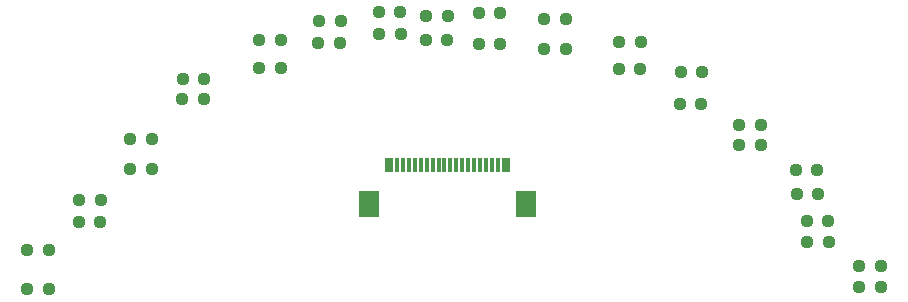
<source format=gbr>
%TF.GenerationSoftware,KiCad,Pcbnew,8.0.1-8.0.1-1~ubuntu22.04.1*%
%TF.CreationDate,2024-03-22T15:25:37-03:00*%
%TF.ProjectId,linefollower,6c696e65-666f-46c6-9c6f-7765722e6b69,rev?*%
%TF.SameCoordinates,Original*%
%TF.FileFunction,Paste,Bot*%
%TF.FilePolarity,Positive*%
%FSLAX46Y46*%
G04 Gerber Fmt 4.6, Leading zero omitted, Abs format (unit mm)*
G04 Created by KiCad (PCBNEW 8.0.1-8.0.1-1~ubuntu22.04.1) date 2024-03-22 15:25:37*
%MOMM*%
%LPD*%
G01*
G04 APERTURE LIST*
G04 Aperture macros list*
%AMRoundRect*
0 Rectangle with rounded corners*
0 $1 Rounding radius*
0 $2 $3 $4 $5 $6 $7 $8 $9 X,Y pos of 4 corners*
0 Add a 4 corners polygon primitive as box body*
4,1,4,$2,$3,$4,$5,$6,$7,$8,$9,$2,$3,0*
0 Add four circle primitives for the rounded corners*
1,1,$1+$1,$2,$3*
1,1,$1+$1,$4,$5*
1,1,$1+$1,$6,$7*
1,1,$1+$1,$8,$9*
0 Add four rect primitives between the rounded corners*
20,1,$1+$1,$2,$3,$4,$5,0*
20,1,$1+$1,$4,$5,$6,$7,0*
20,1,$1+$1,$6,$7,$8,$9,0*
20,1,$1+$1,$8,$9,$2,$3,0*%
G04 Aperture macros list end*
%ADD10RoundRect,0.237500X-0.250000X-0.237500X0.250000X-0.237500X0.250000X0.237500X-0.250000X0.237500X0*%
%ADD11R,0.800000X1.300000*%
%ADD12R,0.300000X1.300000*%
%ADD13R,0.700000X1.300000*%
%ADD14R,1.800000X2.200000*%
%ADD15RoundRect,0.237500X0.250000X0.237500X-0.250000X0.237500X-0.250000X-0.237500X0.250000X-0.237500X0*%
G04 APERTURE END LIST*
D10*
%TO.C,R6*%
X123138458Y-107950000D03*
X124963458Y-107950000D03*
%TD*%
%TO.C,R2*%
X114436151Y-117314243D03*
X116261151Y-117314243D03*
%TD*%
D11*
%TO.C,J1*%
X155000000Y-110150000D03*
D12*
X154250000Y-110150000D03*
X153750000Y-110150000D03*
X153250000Y-110150000D03*
X152750000Y-110150000D03*
X152250000Y-110150000D03*
X151750000Y-110150000D03*
X151250000Y-110150000D03*
X150750000Y-110150000D03*
X150250000Y-110150000D03*
X149750000Y-110150000D03*
X149250000Y-110150000D03*
X148750000Y-110150000D03*
X148250000Y-110150000D03*
X147750000Y-110150000D03*
X147250000Y-110150000D03*
X146750000Y-110150000D03*
X146250000Y-110150000D03*
X145750000Y-110150000D03*
D13*
X145050000Y-110150000D03*
D14*
X156650000Y-113400000D03*
X143350000Y-113400000D03*
%TD*%
D15*
%TO.C,R9*%
X135867497Y-101924008D03*
X134042497Y-101924008D03*
%TD*%
%TO.C,R29*%
X182254413Y-114913881D03*
X180429413Y-114913881D03*
%TD*%
D10*
%TO.C,R4*%
X118774303Y-114984497D03*
X120599303Y-114984497D03*
%TD*%
D15*
%TO.C,R13*%
X146019898Y-97219635D03*
X144194898Y-97219635D03*
%TD*%
D10*
%TO.C,R26*%
X174687631Y-108440531D03*
X176512631Y-108440531D03*
%TD*%
%TO.C,R30*%
X180452777Y-116642640D03*
X182277777Y-116642640D03*
%TD*%
D15*
%TO.C,R17*%
X154462005Y-97245487D03*
X152637005Y-97245487D03*
%TD*%
%TO.C,R1*%
X116261151Y-120650000D03*
X114436151Y-120650000D03*
%TD*%
D10*
%TO.C,R14*%
X144225000Y-99060000D03*
X146050000Y-99060000D03*
%TD*%
%TO.C,R23*%
X169671174Y-104944924D03*
X171496174Y-104944924D03*
%TD*%
D15*
%TO.C,R31*%
X186678234Y-118692534D03*
X184853234Y-118692534D03*
%TD*%
D10*
%TO.C,R21*%
X164515155Y-102025635D03*
X166340155Y-102025635D03*
%TD*%
%TO.C,R32*%
X184885121Y-120437237D03*
X186710121Y-120437237D03*
%TD*%
D15*
%TO.C,R20*%
X160019999Y-97790000D03*
X158194999Y-97790000D03*
%TD*%
D10*
%TO.C,R28*%
X179590923Y-112594597D03*
X181415923Y-112594597D03*
%TD*%
D15*
%TO.C,R3*%
X120650000Y-113060000D03*
X118825000Y-113060000D03*
%TD*%
D10*
%TO.C,R10*%
X134043620Y-99544649D03*
X135868620Y-99544649D03*
%TD*%
D15*
%TO.C,R27*%
X181328519Y-110549347D03*
X179503519Y-110549347D03*
%TD*%
%TO.C,R25*%
X176530000Y-106710000D03*
X174705000Y-106710000D03*
%TD*%
D10*
%TO.C,R8*%
X127580711Y-102870000D03*
X129405711Y-102870000D03*
%TD*%
D15*
%TO.C,R7*%
X129373824Y-104549041D03*
X127548824Y-104549041D03*
%TD*%
D10*
%TO.C,R19*%
X158195000Y-100330000D03*
X160020000Y-100330000D03*
%TD*%
%TO.C,R12*%
X139143755Y-97933493D03*
X140968755Y-97933493D03*
%TD*%
D15*
%TO.C,R22*%
X166392597Y-99753134D03*
X164567597Y-99753134D03*
%TD*%
D10*
%TO.C,R16*%
X148218852Y-97543930D03*
X150043852Y-97543930D03*
%TD*%
D15*
%TO.C,R11*%
X140889037Y-99798904D03*
X139064037Y-99798904D03*
%TD*%
%TO.C,R15*%
X149972074Y-99561700D03*
X148147074Y-99561700D03*
%TD*%
D10*
%TO.C,R18*%
X152652615Y-99876308D03*
X154477615Y-99876308D03*
%TD*%
D15*
%TO.C,R24*%
X171583578Y-102252885D03*
X169758578Y-102252885D03*
%TD*%
%TO.C,R5*%
X124951225Y-110490000D03*
X123126225Y-110490000D03*
%TD*%
M02*

</source>
